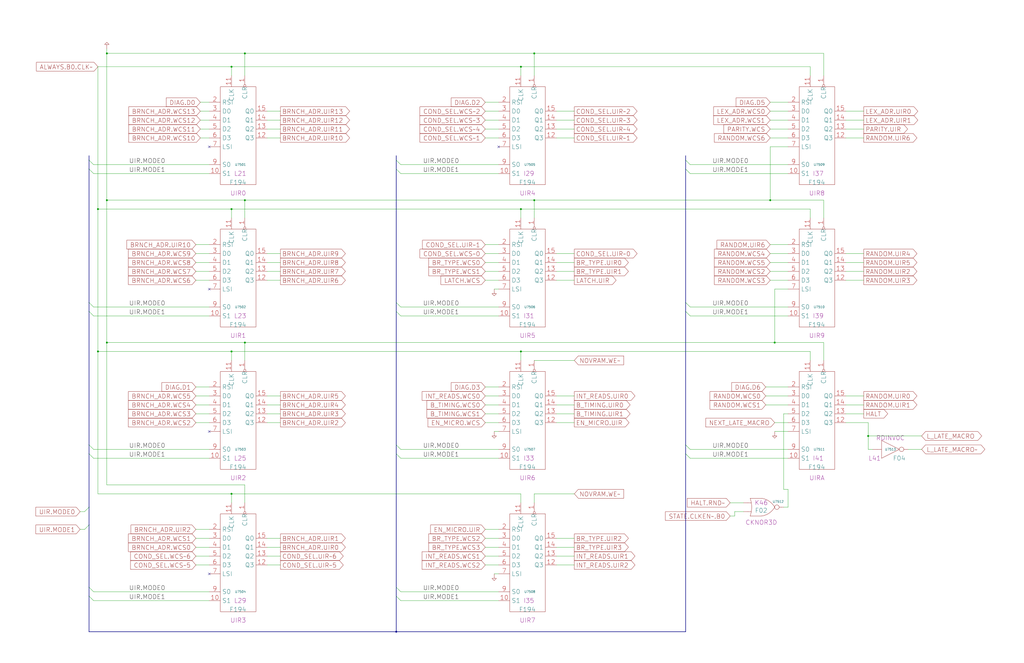
<source format=kicad_sch>
(kicad_sch (version 20250114) (generator "eeschema") (generator_version "9.0")
  (paper "User" 584.2 378.46)
  (title_block (title "MICRO INSTRUCTION REGISTER") (date "22-MAY-90") (rev "1.0") (comment 1 "SEQUENCER") (comment 2 "232-003064") (comment 3 "S400") (comment 4 "RELEASED"))
  (lib_symbols
    (symbol "r1000:F02" (pin_numbers (hide yes)) (pin_names (hide yes))
      (property "Reference" "U" (at 12.16 0.635 0))
      (property "Value" "F02" (at -1.27 -4.445 0))
      (property "Location" "___" (at 2.54 0 0))
      (property "Name" "______" (at 2.54 -12.7 0))
      (symbol "F02_0_1"
        (arc (start -3.81 2.54) (mid -2.9847 -2.54) (end -3.81 -7.62) (stroke (width 0.1524)))
        (polyline (pts (xy -5.08 0) (xy -3.175 0)) (stroke (width 0.1524)))
        (polyline (pts (xy -5.08 -5.08) (xy -3.175 -5.08)) (stroke (width 0.1524)))
        (polyline (pts (xy -3.81 2.54) (xy 2.54 2.54)) (stroke (width 0.1524)))
        (polyline (pts (xy -3.81 -7.62) (xy 2.54 -7.62)) (stroke (width 0.1524)))
        (arc (start 2.54 2.54) (mid 6.9477 0.8966) (end 10.16 -2.54) (stroke (width 0.1524)))
        (arc (start 10.16 -2.54) (mid 6.9515 -5.9823) (end 2.54 -7.62) (stroke (width 0.1524)))
        (circle (center 11.43 -2.54) (radius 1.27) (stroke (width 0.1524)))
        (polyline (pts (xy 13.97 -2.54) (xy 12.7 -2.54)) (stroke (width 0.1524)))
      )
      (symbol "F02_0_2"
        (circle (center -3.81 0) (radius 1.27) (stroke (width 0.1524)))
        (circle (center -3.81 -5.08) (radius 1.27) (stroke (width 0.1524)))
        (polyline (pts (xy -2.54 2.54) (xy -2.54 -7.62)) (stroke (width 0.1524)))
        (polyline (pts (xy -2.54 2.54) (xy 5.08 2.54)) (stroke (width 0.1524)))
        (polyline (pts (xy -2.54 -7.62) (xy 5.08 -7.62)) (stroke (width 0.1524)))
        (arc (start 5.08 2.54) (mid 10.1281 -2.54) (end 5.08 -7.62) (stroke (width 0.1524)))
        (polyline (pts (xy 11.43 -2.54) (xy 10.16 -2.54)) (stroke (width 0.1524)))
        (polyline (pts (xy 11.43 -2.54) (xy 12.7 -2.54)) (stroke (width 0.1524)))
      )
      (symbol "F02_1_1"
        (pin input line (at -7.62 0 0) (length 2.54) (name "D0") (number "1"))
        (pin input line (at -7.62 -5.08 0) (length 2.54) (name "D1") (number "2"))
        (pin output line (at 15.24 -2.54 180) (length 1.27) (name "Q") (number "3"))
      )
      (symbol "F02_1_2"
        (pin input line (at -7.62 0 0) (length 2.54) (name "D0") (number "1"))
        (pin input line (at -7.62 -5.08 0) (length 2.54) (name "D1") (number "2"))
        (pin output line (at 15.24 -2.54 180) (length 2.54) (name "Q") (number "3"))
      )
    )
    (symbol "r1000:F04" (pin_numbers (hide yes)) (pin_names (hide yes))
      (property "Reference" "U" (at 0 0 0))
      (property "Value" "F04" (at 1.27 -5.08 0))
      (property "Location" "___" (at -12.7 -5.08 0))
      (property "Name" "______" (at 0 5.08 0))
      (symbol "F04_0_1"
        (polyline (pts (xy -7.62 0) (xy -5.08 0)) (stroke (width 0.1524)))
        (polyline (pts (xy -5.08 5.08) (xy -5.08 -5.08)) (stroke (width 0.1524)))
        (polyline (pts (xy 5.08 0) (xy -5.08 5.08)) (stroke (width 0.1524)))
        (polyline (pts (xy 5.08 0) (xy -5.08 -5.08)) (stroke (width 0.1524)))
        (circle (center 6.35 0) (radius 1.27) (stroke (width 0.1524)))
      )
      (symbol "F04_1_1"
        (pin input line (at -10.16 0 0) (length 2.54) (name "D0") (number "1"))
        (pin output line (at 10.16 0 180) (length 2.54) (name "Q") (number "2"))
      )
    )
    (symbol "r1000:F194" (pin_names (offset 1.016))
      (property "Reference" "U" (at 2.54 5.08 0))
      (property "Value" "F194" (at -3.81 -5.08 0))
      (property "Location" "___" (at -1.27 0 0))
      (property "Name" "______" (at 1.27 -12.7 0))
      (symbol "F194_1_1"
        (rectangle (start -8.89 49.53) (end 11.43 -6.35))
        (circle (center 5.08 50.165) (radius 0.635))
        (pin input line (at -15.24 40.64 0) (length 6.35) (name "RSI") (number "2"))
        (pin input line (at -15.24 35.56 0) (length 6.35) (name "D0") (number "3"))
        (pin input line (at -15.24 30.48 0) (length 6.35) (name "D1") (number "4"))
        (pin input line (at -15.24 25.4 0) (length 6.35) (name "D2") (number "5"))
        (pin input line (at -15.24 20.32 0) (length 6.35) (name "D3") (number "6"))
        (pin input line (at -15.24 15.24 0) (length 6.35) (name "LSI") (number "7"))
        (pin input line (at -15.24 5.08 0) (length 6.35) (name "S0") (number "9"))
        (pin input line (at -15.24 0 0) (length 6.35) (name "S1") (number "10"))
        (pin input line (at -2.54 55.88 270) (length 6.35) (name "CLK") (number "11"))
        (pin input line (at 5.08 55.88 270) (length 5.08) (name "CLR") (number "1"))
        (pin output line (at 17.78 35.56 180) (length 6.35) (name "Q0") (number "15"))
        (pin output line (at 17.78 30.48 180) (length 6.35) (name "Q1") (number "14"))
        (pin output line (at 17.78 25.4 180) (length 6.35) (name "Q2") (number "13"))
        (pin output line (at 17.78 20.32 180) (length 6.35) (name "Q3") (number "12"))
      )
    )
    (symbol "r1000:PD" (power) (pin_numbers (hide yes)) (pin_names (hide yes)) (in_bom no)
      (symbol "PD_0_1"
        (polyline (pts (xy 0 -2.54) (xy 1.27 -2.54) (xy 0 -3.81) (xy -1.27 -2.54) (xy 0 -2.54)) (stroke (width 0.1524)))
      )
      (symbol "PD_1_1"
        (pin power_in line (at 0 0 270) (length 2.54) (name "PD") (number "1"))
      )
    )
    (symbol "r1000:PU" (power) (pin_numbers (hide yes)) (pin_names (hide yes))
      (symbol "PU_0_1"
        (polyline (pts (xy 0 2.54) (xy -1.27 2.54) (xy 0 3.81) (xy 1.27 2.54) (xy 0 2.54)) (stroke (width 0.1524)))
      )
      (symbol "PU_1_1"
        (pin power_in line (at 0 0 90) (length 2.54) (name "PU") (number "1"))
      )
    )
  )
  (junction (at 139.7 195.58))
  (junction (at 297.18 200.66))
  (junction (at 60.96 30.48))
  (junction (at 297.18 119.38))
  (junction (at 60.96 195.58))
  (junction (at 139.7 30.48))
  (junction (at 297.18 38.1))
  (junction (at 304.8 114.3))
  (junction (at 132.08 200.66))
  (junction (at 495.3 248.92))
  (junction (at 441.96 195.58))
  (junction (at 132.08 281.94))
  (junction (at 55.88 200.66))
  (junction (at 132.08 38.1))
  (junction (at 439.42 114.3))
  (junction (at 132.08 119.38))
  (junction (at 55.88 119.38))
  (junction (at 60.96 114.3))
  (junction (at 226.06 360.68))
  (junction (at 304.8 30.48))
  (junction (at 139.7 114.3))
  (no_connect (at 119.38 165.1))
  (no_connect (at 119.38 246.38))
  (no_connect (at 119.38 83.82))
  (no_connect (at 119.38 327.66))
  (no_connect (at 284.48 83.82))
  (bus_entry (at 50.8 96.52) (size 2.54 2.54))
  (bus_entry (at 50.8 259.08) (size 2.54 2.54))
  (bus_entry (at 226.06 96.52) (size 2.54 2.54))
  (bus_entry (at 50.8 335.28) (size 2.54 2.54))
  (bus_entry (at 391.16 177.8) (size 2.54 2.54))
  (bus_entry (at 50.8 289.56) (size -2.54 2.54))
  (bus_entry (at 226.06 177.8) (size 2.54 2.54))
  (bus_entry (at 226.06 254) (size 2.54 2.54))
  (bus_entry (at 226.06 259.08) (size 2.54 2.54))
  (bus_entry (at 50.8 177.8) (size 2.54 2.54))
  (bus_entry (at 226.06 335.28) (size 2.54 2.54))
  (bus_entry (at 50.8 91.44) (size 2.54 2.54))
  (bus_entry (at 391.16 91.44) (size 2.54 2.54))
  (bus_entry (at 50.8 340.36) (size 2.54 2.54))
  (bus_entry (at 226.06 91.44) (size 2.54 2.54))
  (bus_entry (at 50.8 172.72) (size 2.54 2.54))
  (bus_entry (at 391.16 96.52) (size 2.54 2.54))
  (bus_entry (at 50.8 299.72) (size -2.54 2.54))
  (bus_entry (at 391.16 259.08) (size 2.54 2.54))
  (bus_entry (at 226.06 340.36) (size 2.54 2.54))
  (bus_entry (at 50.8 254) (size 2.54 2.54))
  (bus_entry (at 226.06 172.72) (size 2.54 2.54))
  (bus_entry (at 391.16 254) (size 2.54 2.54))
  (bus_entry (at 391.16 172.72) (size 2.54 2.54))
  (wire (pts (xy 439.42 139.7) (xy 449.58 139.7)))
  (bus (pts (xy 391.16 91.44) (xy 391.16 96.52)))
  (wire (pts (xy 111.76 307.34) (xy 119.38 307.34)))
  (bus (pts (xy 50.8 177.8) (xy 50.8 254)))
  (wire (pts (xy 276.86 307.34) (xy 284.48 307.34)))
  (wire (pts (xy 419.1 294.64) (xy 419.1 292.1)))
  (wire (pts (xy 152.4 68.58) (xy 160.02 68.58)))
  (wire (pts (xy 317.5 154.94) (xy 327.66 154.94)))
  (wire (pts (xy 276.86 73.66) (xy 284.48 73.66)))
  (wire (pts (xy 60.96 195.58) (xy 60.96 276.86)))
  (wire (pts (xy 317.5 63.5) (xy 327.66 63.5)))
  (wire (pts (xy 139.7 195.58) (xy 441.96 195.58)))
  (wire (pts (xy 276.86 149.86) (xy 284.48 149.86)))
  (wire (pts (xy 152.4 231.14) (xy 160.02 231.14)))
  (wire (pts (xy 317.5 68.58) (xy 327.66 68.58)))
  (wire (pts (xy 304.8 114.3) (xy 304.8 124.46)))
  (bus (pts (xy 391.16 254) (xy 391.16 259.08)))
  (wire (pts (xy 60.96 114.3) (xy 60.96 195.58)))
  (wire (pts (xy 276.86 154.94) (xy 284.48 154.94)))
  (wire (pts (xy 132.08 119.38) (xy 297.18 119.38)))
  (wire (pts (xy 317.5 231.14) (xy 327.66 231.14)))
  (wire (pts (xy 495.3 248.92) (xy 495.3 256.54)))
  (wire (pts (xy 228.6 337.82) (xy 284.48 337.82)))
  (wire (pts (xy 495.3 256.54) (xy 497.84 256.54)))
  (wire (pts (xy 111.76 317.5) (xy 119.38 317.5)))
  (wire (pts (xy 45.72 292.1) (xy 48.26 292.1)))
  (wire (pts (xy 462.28 205.74) (xy 462.28 200.66)))
  (wire (pts (xy 276.86 78.74) (xy 284.48 78.74)))
  (wire (pts (xy 152.4 226.06) (xy 160.02 226.06)))
  (wire (pts (xy 317.5 226.06) (xy 327.66 226.06)))
  (wire (pts (xy 416.56 294.64) (xy 419.1 294.64)))
  (wire (pts (xy 152.4 73.66) (xy 160.02 73.66)))
  (wire (pts (xy 393.7 261.62) (xy 449.58 261.62)))
  (wire (pts (xy 462.28 200.66) (xy 297.18 200.66)))
  (wire (pts (xy 276.86 144.78) (xy 284.48 144.78)))
  (wire (pts (xy 317.5 312.42) (xy 327.66 312.42)))
  (bus (pts (xy 226.06 335.28) (xy 226.06 340.36)))
  (wire (pts (xy 152.4 63.5) (xy 160.02 63.5)))
  (wire (pts (xy 317.5 73.66) (xy 327.66 73.66)))
  (wire (pts (xy 60.96 114.3) (xy 139.7 114.3)))
  (wire (pts (xy 60.96 276.86) (xy 139.7 276.86)))
  (wire (pts (xy 139.7 114.3) (xy 139.7 124.46)))
  (wire (pts (xy 45.72 302.26) (xy 48.26 302.26)))
  (bus (pts (xy 226.06 91.44) (xy 226.06 96.52)))
  (wire (pts (xy 55.88 119.38) (xy 55.88 200.66)))
  (wire (pts (xy 449.58 83.82) (xy 439.42 83.82)))
  (wire (pts (xy 416.56 287.02) (xy 424.18 287.02)))
  (wire (pts (xy 152.4 160.02) (xy 160.02 160.02)))
  (wire (pts (xy 55.88 200.66) (xy 55.88 281.94)))
  (wire (pts (xy 518.16 256.54) (xy 525.78 256.54)))
  (wire (pts (xy 60.96 195.58) (xy 139.7 195.58)))
  (wire (pts (xy 304.8 281.94) (xy 327.66 281.94)))
  (wire (pts (xy 317.5 307.34) (xy 327.66 307.34)))
  (bus (pts (xy 391.16 96.52) (xy 391.16 172.72)))
  (wire (pts (xy 436.88 226.06) (xy 449.58 226.06)))
  (wire (pts (xy 276.86 63.5) (xy 284.48 63.5)))
  (bus (pts (xy 226.06 172.72) (xy 226.06 177.8)))
  (wire (pts (xy 53.34 180.34) (xy 119.38 180.34)))
  (bus (pts (xy 226.06 360.68) (xy 50.8 360.68)))
  (wire (pts (xy 55.88 200.66) (xy 132.08 200.66)))
  (bus (pts (xy 226.06 177.8) (xy 226.06 254)))
  (wire (pts (xy 449.58 236.22) (xy 447.04 236.22)))
  (bus (pts (xy 391.16 259.08) (xy 391.16 360.68)))
  (wire (pts (xy 152.4 144.78) (xy 160.02 144.78)))
  (wire (pts (xy 482.6 144.78) (xy 492.76 144.78)))
  (wire (pts (xy 469.9 205.74) (xy 469.9 195.58)))
  (wire (pts (xy 297.18 281.94) (xy 297.18 287.02)))
  (bus (pts (xy 391.16 172.72) (xy 391.16 177.8)))
  (wire (pts (xy 439.42 68.58) (xy 449.58 68.58)))
  (bus (pts (xy 50.8 259.08) (xy 50.8 289.56)))
  (wire (pts (xy 482.6 73.66) (xy 492.76 73.66)))
  (bus (pts (xy 50.8 299.72) (xy 50.8 335.28)))
  (wire (pts (xy 111.76 322.58) (xy 119.38 322.58)))
  (wire (pts (xy 439.42 73.66) (xy 449.58 73.66)))
  (wire (pts (xy 317.5 149.86) (xy 327.66 149.86)))
  (wire (pts (xy 139.7 30.48) (xy 60.96 30.48)))
  (wire (pts (xy 439.42 144.78) (xy 449.58 144.78)))
  (wire (pts (xy 297.18 119.38) (xy 462.28 119.38)))
  (bus (pts (xy 50.8 254) (xy 50.8 259.08)))
  (wire (pts (xy 152.4 312.42) (xy 160.02 312.42)))
  (wire (pts (xy 297.18 200.66) (xy 297.18 205.74)))
  (wire (pts (xy 462.28 124.46) (xy 462.28 119.38)))
  (wire (pts (xy 152.4 307.34) (xy 160.02 307.34)))
  (wire (pts (xy 228.6 180.34) (xy 284.48 180.34)))
  (wire (pts (xy 495.3 241.3) (xy 495.3 248.92)))
  (wire (pts (xy 276.86 139.7) (xy 284.48 139.7)))
  (wire (pts (xy 449.58 279.4) (xy 449.58 289.56)))
  (wire (pts (xy 482.6 231.14) (xy 492.76 231.14)))
  (wire (pts (xy 139.7 195.58) (xy 139.7 205.74)))
  (wire (pts (xy 132.08 281.94) (xy 297.18 281.94)))
  (wire (pts (xy 393.7 175.26) (xy 449.58 175.26)))
  (wire (pts (xy 152.4 149.86) (xy 160.02 149.86)))
  (wire (pts (xy 439.42 149.86) (xy 449.58 149.86)))
  (wire (pts (xy 139.7 30.48) (xy 139.7 43.18)))
  (wire (pts (xy 469.9 195.58) (xy 441.96 195.58)))
  (bus (pts (xy 226.06 340.36) (xy 226.06 360.68)))
  (bus (pts (xy 50.8 91.44) (xy 50.8 96.52)))
  (wire (pts (xy 393.7 93.98) (xy 449.58 93.98)))
  (wire (pts (xy 111.76 139.7) (xy 119.38 139.7)))
  (wire (pts (xy 132.08 281.94) (xy 132.08 287.02)))
  (wire (pts (xy 469.9 30.48) (xy 304.8 30.48)))
  (wire (pts (xy 276.86 317.5) (xy 284.48 317.5)))
  (bus (pts (xy 391.16 360.68) (xy 226.06 360.68)))
  (wire (pts (xy 317.5 317.5) (xy 327.66 317.5)))
  (wire (pts (xy 281.94 246.38) (xy 284.48 246.38)))
  (wire (pts (xy 276.86 68.58) (xy 284.48 68.58)))
  (wire (pts (xy 436.88 231.14) (xy 449.58 231.14)))
  (wire (pts (xy 439.42 154.94) (xy 449.58 154.94)))
  (wire (pts (xy 281.94 165.1) (xy 284.48 165.1)))
  (wire (pts (xy 317.5 236.22) (xy 327.66 236.22)))
  (wire (pts (xy 304.8 287.02) (xy 304.8 281.94)))
  (wire (pts (xy 304.8 114.3) (xy 439.42 114.3)))
  (wire (pts (xy 276.86 322.58) (xy 284.48 322.58)))
  (wire (pts (xy 276.86 312.42) (xy 284.48 312.42)))
  (wire (pts (xy 276.86 220.98) (xy 284.48 220.98)))
  (bus (pts (xy 226.06 88.9) (xy 226.06 91.44)))
  (bus (pts (xy 50.8 340.36) (xy 50.8 360.68)))
  (wire (pts (xy 152.4 317.5) (xy 160.02 317.5)))
  (wire (pts (xy 228.6 256.54) (xy 284.48 256.54)))
  (wire (pts (xy 53.34 175.26) (xy 119.38 175.26)))
  (wire (pts (xy 317.5 322.58) (xy 327.66 322.58)))
  (wire (pts (xy 482.6 63.5) (xy 492.76 63.5)))
  (wire (pts (xy 281.94 327.66) (xy 284.48 327.66)))
  (wire (pts (xy 482.6 236.22) (xy 492.76 236.22)))
  (wire (pts (xy 304.8 205.74) (xy 327.66 205.74)))
  (wire (pts (xy 441.96 165.1) (xy 449.58 165.1)))
  (wire (pts (xy 152.4 154.94) (xy 160.02 154.94)))
  (wire (pts (xy 53.34 256.54) (xy 119.38 256.54)))
  (wire (pts (xy 317.5 144.78) (xy 327.66 144.78)))
  (wire (pts (xy 114.3 78.74) (xy 119.38 78.74)))
  (wire (pts (xy 53.34 99.06) (xy 119.38 99.06)))
  (bus (pts (xy 226.06 254) (xy 226.06 259.08)))
  (wire (pts (xy 276.86 226.06) (xy 284.48 226.06)))
  (wire (pts (xy 447.04 279.4) (xy 449.58 279.4)))
  (wire (pts (xy 228.6 175.26) (xy 284.48 175.26)))
  (wire (pts (xy 132.08 119.38) (xy 132.08 124.46)))
  (wire (pts (xy 436.88 220.98) (xy 449.58 220.98)))
  (wire (pts (xy 276.86 58.42) (xy 284.48 58.42)))
  (wire (pts (xy 53.34 261.62) (xy 119.38 261.62)))
  (bus (pts (xy 226.06 259.08) (xy 226.06 335.28)))
  (wire (pts (xy 60.96 30.48) (xy 60.96 114.3)))
  (wire (pts (xy 111.76 154.94) (xy 119.38 154.94)))
  (wire (pts (xy 482.6 78.74) (xy 492.76 78.74)))
  (wire (pts (xy 495.3 248.92) (xy 525.78 248.92)))
  (wire (pts (xy 482.6 241.3) (xy 495.3 241.3)))
  (wire (pts (xy 53.34 337.82) (xy 119.38 337.82)))
  (wire (pts (xy 393.7 180.34) (xy 449.58 180.34)))
  (wire (pts (xy 297.18 38.1) (xy 297.18 43.18)))
  (wire (pts (xy 276.86 160.02) (xy 284.48 160.02)))
  (wire (pts (xy 55.88 38.1) (xy 55.88 119.38)))
  (wire (pts (xy 111.76 144.78) (xy 119.38 144.78)))
  (bus (pts (xy 50.8 289.56) (xy 50.8 299.72)))
  (wire (pts (xy 114.3 68.58) (xy 119.38 68.58)))
  (wire (pts (xy 276.86 241.3) (xy 284.48 241.3)))
  (wire (pts (xy 111.76 220.98) (xy 119.38 220.98)))
  (wire (pts (xy 482.6 68.58) (xy 492.76 68.58)))
  (wire (pts (xy 139.7 276.86) (xy 139.7 287.02)))
  (wire (pts (xy 228.6 261.62) (xy 284.48 261.62)))
  (wire (pts (xy 55.88 281.94) (xy 132.08 281.94)))
  (wire (pts (xy 482.6 154.94) (xy 492.76 154.94)))
  (wire (pts (xy 228.6 342.9) (xy 284.48 342.9)))
  (wire (pts (xy 317.5 78.74) (xy 327.66 78.74)))
  (wire (pts (xy 114.3 58.42) (xy 119.38 58.42)))
  (wire (pts (xy 276.86 302.26) (xy 284.48 302.26)))
  (wire (pts (xy 462.28 38.1) (xy 297.18 38.1)))
  (wire (pts (xy 441.96 241.3) (xy 449.58 241.3)))
  (wire (pts (xy 447.04 236.22) (xy 447.04 279.4)))
  (bus (pts (xy 226.06 96.52) (xy 226.06 172.72)))
  (bus (pts (xy 391.16 177.8) (xy 391.16 254)))
  (wire (pts (xy 439.42 78.74) (xy 449.58 78.74)))
  (wire (pts (xy 439.42 114.3) (xy 469.9 114.3)))
  (wire (pts (xy 53.34 342.9) (xy 119.38 342.9)))
  (wire (pts (xy 111.76 226.06) (xy 119.38 226.06)))
  (wire (pts (xy 111.76 231.14) (xy 119.38 231.14)))
  (wire (pts (xy 439.42 83.82) (xy 439.42 114.3)))
  (wire (pts (xy 60.96 27.94) (xy 60.96 30.48)))
  (bus (pts (xy 50.8 88.9) (xy 50.8 91.44)))
  (wire (pts (xy 441.96 195.58) (xy 441.96 165.1)))
  (wire (pts (xy 393.7 99.06) (xy 449.58 99.06)))
  (wire (pts (xy 111.76 149.86) (xy 119.38 149.86)))
  (wire (pts (xy 152.4 322.58) (xy 160.02 322.58)))
  (wire (pts (xy 276.86 236.22) (xy 284.48 236.22)))
  (wire (pts (xy 111.76 312.42) (xy 119.38 312.42)))
  (wire (pts (xy 439.42 58.42) (xy 449.58 58.42)))
  (wire (pts (xy 114.3 63.5) (xy 119.38 63.5)))
  (wire (pts (xy 447.04 289.56) (xy 449.58 289.56)))
  (wire (pts (xy 111.76 302.26) (xy 119.38 302.26)))
  (wire (pts (xy 297.18 38.1) (xy 132.08 38.1)))
  (wire (pts (xy 482.6 226.06) (xy 492.76 226.06)))
  (wire (pts (xy 111.76 241.3) (xy 119.38 241.3)))
  (wire (pts (xy 132.08 38.1) (xy 55.88 38.1)))
  (wire (pts (xy 114.3 73.66) (xy 119.38 73.66)))
  (bus (pts (xy 50.8 172.72) (xy 50.8 177.8)))
  (wire (pts (xy 228.6 93.98) (xy 284.48 93.98)))
  (wire (pts (xy 228.6 99.06) (xy 284.48 99.06)))
  (bus (pts (xy 391.16 88.9) (xy 391.16 91.44)))
  (wire (pts (xy 441.96 246.38) (xy 449.58 246.38)))
  (wire (pts (xy 439.42 63.5) (xy 449.58 63.5)))
  (wire (pts (xy 132.08 200.66) (xy 297.18 200.66)))
  (bus (pts (xy 50.8 96.52) (xy 50.8 172.72)))
  (bus (pts (xy 50.8 335.28) (xy 50.8 340.36)))
  (wire (pts (xy 297.18 119.38) (xy 297.18 124.46)))
  (wire (pts (xy 152.4 241.3) (xy 160.02 241.3)))
  (wire (pts (xy 462.28 43.18) (xy 462.28 38.1)))
  (wire (pts (xy 317.5 160.02) (xy 327.66 160.02)))
  (wire (pts (xy 53.34 93.98) (xy 119.38 93.98)))
  (wire (pts (xy 55.88 119.38) (xy 132.08 119.38)))
  (wire (pts (xy 139.7 114.3) (xy 304.8 114.3)))
  (wire (pts (xy 419.1 292.1) (xy 424.18 292.1)))
  (wire (pts (xy 439.42 160.02) (xy 449.58 160.02)))
  (wire (pts (xy 317.5 241.3) (xy 327.66 241.3)))
  (wire (pts (xy 152.4 78.74) (xy 160.02 78.74)))
  (wire (pts (xy 304.8 30.48) (xy 304.8 43.18)))
  (wire (pts (xy 304.8 30.48) (xy 139.7 30.48)))
  (wire (pts (xy 482.6 160.02) (xy 492.76 160.02)))
  (wire (pts (xy 132.08 200.66) (xy 132.08 205.74)))
  (wire (pts (xy 111.76 236.22) (xy 119.38 236.22)))
  (wire (pts (xy 132.08 38.1) (xy 132.08 43.18)))
  (wire (pts (xy 482.6 149.86) (xy 492.76 149.86)))
  (wire (pts (xy 393.7 256.54) (xy 449.58 256.54)))
  (wire (pts (xy 469.9 43.18) (xy 469.9 30.48)))
  (wire (pts (xy 152.4 236.22) (xy 160.02 236.22)))
  (wire (pts (xy 276.86 231.14) (xy 284.48 231.14)))
  (wire (pts (xy 469.9 124.46) (xy 469.9 114.3)))
  (wire (pts (xy 111.76 160.02) (xy 119.38 160.02)))
  (label "UIR.MODE1" (at 406.4 99.06 0) (effects (font (size 2.54 2.54))))
  (label "UIR.MODE1" (at 241.3 99.06 0) (effects (font (size 2.54 2.54))))
  (label "UIR.MODE1" (at 73.66 261.62 0) (effects (font (size 2.54 2.54))))
  (label "UIR.MODE1" (at 73.66 342.9 0) (effects (font (size 2.54 2.54))))
  (label "UIR.MODE1" (at 241.3 261.62 0) (effects (font (size 2.54 2.54))))
  (label "UIR.MODE0" (at 73.66 337.82 0) (effects (font (size 2.54 2.54))))
  (label "UIR.MODE0" (at 73.66 93.98 0) (effects (font (size 2.54 2.54))))
  (label "UIR.MODE0" (at 241.3 93.98 0) (effects (font (size 2.54 2.54))))
  (label "UIR.MODE1" (at 73.66 180.34 0) (effects (font (size 2.54 2.54))))
  (label "UIR.MODE0" (at 73.66 256.54 0) (effects (font (size 2.54 2.54))))
  (label "UIR.MODE1" (at 73.66 99.06 0) (effects (font (size 2.54 2.54))))
  (label "UIR.MODE0" (at 73.66 175.26 0) (effects (font (size 2.54 2.54))))
  (label "UIR.MODE1" (at 241.3 342.9 0) (effects (font (size 2.54 2.54))))
  (label "UIR.MODE0" (at 241.3 256.54 0) (effects (font (size 2.54 2.54))))
  (label "UIR.MODE1" (at 406.4 261.62 0) (effects (font (size 2.54 2.54))))
  (label "UIR.MODE0" (at 406.4 256.54 0) (effects (font (size 2.54 2.54))))
  (label "UIR.MODE0" (at 406.4 93.98 0) (effects (font (size 2.54 2.54))))
  (label "UIR.MODE0" (at 241.3 337.82 0) (effects (font (size 2.54 2.54))))
  (label "UIR.MODE1" (at 406.4 180.34 0) (effects (font (size 2.54 2.54))))
  (label "UIR.MODE0" (at 406.4 175.26 0) (effects (font (size 2.54 2.54))))
  (label "UIR.MODE1" (at 241.3 180.34 0) (effects (font (size 2.54 2.54))))
  (label "UIR.MODE0" (at 241.3 175.26 0) (effects (font (size 2.54 2.54))))
  (global_label "BRNCH_ADR.WCS7" (shape input) (at 111.76 154.94 180) (effects (font (size 2.54 2.54))) (property "Intersheetrefs" "${INTERSHEET_REFS}" (at 73.3092 154.7813 0) (effects (font (size 1.905 1.905)) (justify right))))
  (global_label "BRNCH_ADR.WCS3" (shape input) (at 111.76 236.22 180) (effects (font (size 2.54 2.54))) (property "Intersheetrefs" "${INTERSHEET_REFS}" (at 73.3092 236.0613 0) (effects (font (size 1.905 1.905)) (justify right))))
  (global_label "COND_SEL.UIR~2" (shape output) (at 327.66 63.5 0) (effects (font (size 2.54 2.54))) (property "Intersheetrefs" "${INTERSHEET_REFS}" (at 363.4498 63.3413 0) (effects (font (size 1.905 1.905)) (justify left))))
  (global_label "LEX_ADR.UIR1" (shape output) (at 492.76 68.58 0) (effects (font (size 2.54 2.54))) (property "Intersheetrefs" "${INTERSHEET_REFS}" (at 523.5908 68.4213 0) (effects (font (size 1.905 1.905)) (justify left))))
  (global_label "BRNCH_ADR.UIR10" (shape input) (at 111.76 139.7 180) (effects (font (size 2.54 2.54))) (property "Intersheetrefs" "${INTERSHEET_REFS}" (at 72.3416 139.5413 0) (effects (font (size 1.905 1.905)) (justify right))))
  (global_label "RANDOM.UIR2" (shape output) (at 492.76 154.94 0) (effects (font (size 2.54 2.54))) (property "Intersheetrefs" "${INTERSHEET_REFS}" (at 523.107 154.7813 0) (effects (font (size 1.905 1.905)) (justify left))))
  (global_label "RANDOM.WCS5" (shape input) (at 439.42 149.86 180) (effects (font (size 2.54 2.54))) (property "Intersheetrefs" "${INTERSHEET_REFS}" (at 407.6216 149.7013 0) (effects (font (size 1.905 1.905)) (justify right))))
  (global_label "DIAG.D0" (shape input) (at 114.3 58.42 180) (effects (font (size 2.54 2.54))) (property "Intersheetrefs" "${INTERSHEET_REFS}" (at 94.8388 58.2613 0) (effects (font (size 1.905 1.905)) (justify right))))
  (global_label "RANDOM.UIR0" (shape output) (at 492.76 226.06 0) (effects (font (size 2.54 2.54))) (property "Intersheetrefs" "${INTERSHEET_REFS}" (at 523.107 225.9013 0) (effects (font (size 1.905 1.905)) (justify left))))
  (global_label "UIR.MODE0" (shape input) (at 45.72 292.1 180) (effects (font (size 2.54 2.54))) (property "Intersheetrefs" "${INTERSHEET_REFS}" (at 20.453 291.9413 0) (effects (font (size 1.905 1.905)) (justify right))))
  (global_label "COND_SEL.UIR~3" (shape output) (at 327.66 68.58 0) (effects (font (size 2.54 2.54))) (property "Intersheetrefs" "${INTERSHEET_REFS}" (at 363.4498 68.4213 0) (effects (font (size 1.905 1.905)) (justify left))))
  (global_label "BRNCH_ADR.WCS10" (shape input) (at 114.3 78.74 180) (effects (font (size 2.54 2.54))) (property "Intersheetrefs" "${INTERSHEET_REFS}" (at 73.4302 78.5813 0) (effects (font (size 1.905 1.905)) (justify right))))
  (global_label "INT_READS.UIR1" (shape output) (at 327.66 317.5 0) (effects (font (size 2.54 2.54))) (property "Intersheetrefs" "${INTERSHEET_REFS}" (at 362.2403 317.3413 0) (effects (font (size 1.905 1.905)) (justify left))))
  (global_label "LATCH.UIR" (shape output) (at 327.66 160.02 0) (effects (font (size 2.54 2.54))) (property "Intersheetrefs" "${INTERSHEET_REFS}" (at 351.4755 159.8613 0) (effects (font (size 1.905 1.905)) (justify left))))
  (global_label "BR_TYPE.UIR1" (shape output) (at 327.66 154.94 0) (effects (font (size 2.54 2.54))) (property "Intersheetrefs" "${INTERSHEET_REFS}" (at 358.4908 154.7813 0) (effects (font (size 1.905 1.905)) (justify left))))
  (global_label "BRNCH_ADR.WCS4" (shape input) (at 111.76 231.14 180) (effects (font (size 2.54 2.54))) (property "Intersheetrefs" "${INTERSHEET_REFS}" (at 73.3092 230.9813 0) (effects (font (size 1.905 1.905)) (justify right))))
  (global_label "RANDOM.UIR6" (shape input) (at 439.42 139.7 180) (effects (font (size 2.54 2.54))) (property "Intersheetrefs" "${INTERSHEET_REFS}" (at 409.073 139.5413 0) (effects (font (size 1.905 1.905)) (justify right))))
  (global_label "BRNCH_ADR.WCS8" (shape input) (at 111.76 149.86 180) (effects (font (size 2.54 2.54))) (property "Intersheetrefs" "${INTERSHEET_REFS}" (at 73.3092 149.7013 0) (effects (font (size 1.905 1.905)) (justify right))))
  (global_label "RANDOM.WCS1" (shape input) (at 436.88 231.14 180) (effects (font (size 2.54 2.54))) (property "Intersheetrefs" "${INTERSHEET_REFS}" (at 405.0816 230.9813 0) (effects (font (size 1.905 1.905)) (justify right))))
  (global_label "COND_SEL.UIR~6" (shape output) (at 160.02 317.5 0) (effects (font (size 2.54 2.54))) (property "Intersheetrefs" "${INTERSHEET_REFS}" (at 195.8098 317.3413 0) (effects (font (size 1.905 1.905)) (justify left))))
  (global_label "EN_MICRO.UIR" (shape input) (at 276.86 302.26 180) (effects (font (size 2.54 2.54))) (property "Intersheetrefs" "${INTERSHEET_REFS}" (at 245.6664 302.1013 0) (effects (font (size 1.905 1.905)) (justify right))))
  (global_label "LEX_ADR.WCS1" (shape input) (at 439.42 68.58 180) (effects (font (size 2.54 2.54))) (property "Intersheetrefs" "${INTERSHEET_REFS}" (at 407.1378 68.4213 0) (effects (font (size 1.905 1.905)) (justify right))))
  (global_label "RANDOM.UIR3" (shape output) (at 492.76 160.02 0) (effects (font (size 2.54 2.54))) (property "Intersheetrefs" "${INTERSHEET_REFS}" (at 523.107 159.8613 0) (effects (font (size 1.905 1.905)) (justify left))))
  (global_label "INT_READS.UIR0" (shape output) (at 327.66 226.06 0) (effects (font (size 2.54 2.54))) (property "Intersheetrefs" "${INTERSHEET_REFS}" (at 362.2403 225.9013 0) (effects (font (size 1.905 1.905)) (justify left))))
  (global_label "BRNCH_ADR.WCS9" (shape input) (at 111.76 144.78 180) (effects (font (size 2.54 2.54))) (property "Intersheetrefs" "${INTERSHEET_REFS}" (at 73.3092 144.6213 0) (effects (font (size 1.905 1.905)) (justify right))))
  (global_label "COND_SEL.WCS~1" (shape input) (at 276.86 78.74 180) (effects (font (size 2.54 2.54))) (property "Intersheetrefs" "${INTERSHEET_REFS}" (at 239.6188 78.5813 0) (effects (font (size 1.905 1.905)) (justify right))))
  (global_label "DIAG.D3" (shape input) (at 276.86 220.98 180) (effects (font (size 2.54 2.54))) (property "Intersheetrefs" "${INTERSHEET_REFS}" (at 257.3988 220.8213 0) (effects (font (size 1.905 1.905)) (justify right))))
  (global_label "RANDOM.UIR4" (shape output) (at 492.76 144.78 0) (effects (font (size 2.54 2.54))) (property "Intersheetrefs" "${INTERSHEET_REFS}" (at 523.107 144.6213 0) (effects (font (size 1.905 1.905)) (justify left))))
  (global_label "L_LATE_MACRO" (shape bidirectional) (at 525.78 248.92 0) (effects (font (size 2.54 2.54))) (property "Intersheetrefs" "${INTERSHEET_REFS}" (at 557.8203 248.7613 0) (effects (font (size 1.905 1.905)) (justify left))))
  (global_label "DIAG.D2" (shape input) (at 276.86 58.42 180) (effects (font (size 2.54 2.54))) (property "Intersheetrefs" "${INTERSHEET_REFS}" (at 257.3988 58.2613 0) (effects (font (size 1.905 1.905)) (justify right))))
  (global_label "PARITY.UIR" (shape output) (at 492.76 73.66 0) (effects (font (size 2.54 2.54))) (property "Intersheetrefs" "${INTERSHEET_REFS}" (at 517.785 73.5013 0) (effects (font (size 1.905 1.905)) (justify left))))
  (global_label "NEXT_LATE_MACRO" (shape input) (at 441.96 241.3 180) (effects (font (size 2.54 2.54))) (property "Intersheetrefs" "${INTERSHEET_REFS}" (at 402.6626 241.1413 0) (effects (font (size 1.905 1.905)) (justify right))))
  (global_label "BRNCH_ADR.WCS0" (shape input) (at 111.76 312.42 180) (effects (font (size 2.54 2.54))) (property "Intersheetrefs" "${INTERSHEET_REFS}" (at 73.3092 312.2613 0) (effects (font (size 1.905 1.905)) (justify right))))
  (global_label "HALT" (shape output) (at 492.76 236.22 0) (effects (font (size 2.54 2.54))) (property "Intersheetrefs" "${INTERSHEET_REFS}" (at 506.4155 236.0613 0) (effects (font (size 1.905 1.905)) (justify left))))
  (global_label "COND_SEL.UIR~1" (shape input) (at 276.86 139.7 180) (effects (font (size 2.54 2.54))) (property "Intersheetrefs" "${INTERSHEET_REFS}" (at 241.0702 139.5413 0) (effects (font (size 1.905 1.905)) (justify right))))
  (global_label "COND_SEL.UIR~4" (shape output) (at 327.66 73.66 0) (effects (font (size 2.54 2.54))) (property "Intersheetrefs" "${INTERSHEET_REFS}" (at 363.4498 73.5013 0) (effects (font (size 1.905 1.905)) (justify left))))
  (global_label "BR_TYPE.UIR2" (shape output) (at 327.66 307.34 0) (effects (font (size 2.54 2.54))) (property "Intersheetrefs" "${INTERSHEET_REFS}" (at 358.4908 307.1813 0) (effects (font (size 1.905 1.905)) (justify left))))
  (global_label "COND_SEL.WCS~6" (shape input) (at 111.76 317.5 180) (effects (font (size 2.54 2.54))) (property "Intersheetrefs" "${INTERSHEET_REFS}" (at 74.5188 317.3413 0) (effects (font (size 1.905 1.905)) (justify right))))
  (global_label "BRNCH_ADR.UIR10" (shape output) (at 160.02 78.74 0) (effects (font (size 2.54 2.54))) (property "Intersheetrefs" "${INTERSHEET_REFS}" (at 199.4384 78.5813 0) (effects (font (size 1.905 1.905)) (justify left))))
  (global_label "DIAG.D6" (shape input) (at 436.88 220.98 180) (effects (font (size 2.54 2.54))) (property "Intersheetrefs" "${INTERSHEET_REFS}" (at 417.4188 220.8213 0) (effects (font (size 1.905 1.905)) (justify right))))
  (global_label "BR_TYPE.WCS2" (shape input) (at 276.86 307.34 180) (effects (font (size 2.54 2.54))) (property "Intersheetrefs" "${INTERSHEET_REFS}" (at 244.5778 307.1813 0) (effects (font (size 1.905 1.905)) (justify right))))
  (global_label "BRNCH_ADR.UIR13" (shape output) (at 160.02 63.5 0) (effects (font (size 2.54 2.54))) (property "Intersheetrefs" "${INTERSHEET_REFS}" (at 199.4384 63.3413 0) (effects (font (size 1.905 1.905)) (justify left))))
  (global_label "BRNCH_ADR.UIR2" (shape input) (at 111.76 302.26 180) (effects (font (size 2.54 2.54))) (property "Intersheetrefs" "${INTERSHEET_REFS}" (at 74.7607 302.1013 0) (effects (font (size 1.905 1.905)) (justify right))))
  (global_label "BRNCH_ADR.WCS13" (shape input) (at 114.3 63.5 180) (effects (font (size 2.54 2.54))) (property "Intersheetrefs" "${INTERSHEET_REFS}" (at 73.4302 63.3413 0) (effects (font (size 1.905 1.905)) (justify right))))
  (global_label "B_TIMING.UIR0" (shape output) (at 327.66 231.14 0) (effects (font (size 2.54 2.54))) (property "Intersheetrefs" "${INTERSHEET_REFS}" (at 359.4584 230.9813 0) (effects (font (size 1.905 1.905)) (justify left))))
  (global_label "BRNCH_ADR.UIR1" (shape output) (at 160.02 307.34 0) (effects (font (size 2.54 2.54))) (property "Intersheetrefs" "${INTERSHEET_REFS}" (at 197.0193 307.1813 0) (effects (font (size 1.905 1.905)) (justify left))))
  (global_label "COND_SEL.UIR~1" (shape output) (at 327.66 78.74 0) (effects (font (size 2.54 2.54))) (property "Intersheetrefs" "${INTERSHEET_REFS}" (at 363.4498 78.5813 0) (effects (font (size 1.905 1.905)) (justify left))))
  (global_label "BRNCH_ADR.WCS2" (shape input) (at 111.76 241.3 180) (effects (font (size 2.54 2.54))) (property "Intersheetrefs" "${INTERSHEET_REFS}" (at 73.3092 241.1413 0) (effects (font (size 1.905 1.905)) (justify right))))
  (global_label "B_TIMING.UIR1" (shape output) (at 327.66 236.22 0) (effects (font (size 2.54 2.54))) (property "Intersheetrefs" "${INTERSHEET_REFS}" (at 359.4584 236.0613 0) (effects (font (size 1.905 1.905)) (justify left))))
  (global_label "COND_SEL.WCS~5" (shape input) (at 111.76 322.58 180) (effects (font (size 2.54 2.54))) (property "Intersheetrefs" "${INTERSHEET_REFS}" (at 74.5188 322.4213 0) (effects (font (size 1.905 1.905)) (justify right))))
  (global_label "ALWAYS.B0.CLK~" (shape input) (at 55.88 38.1 180) (effects (font (size 2.54 2.54))) (property "Intersheetrefs" "${INTERSHEET_REFS}" (at 20.8159 37.9413 0) (effects (font (size 1.905 1.905)) (justify right))))
  (global_label "COND_SEL.UIR~0" (shape output) (at 327.66 144.78 0) (effects (font (size 2.54 2.54))) (property "Intersheetrefs" "${INTERSHEET_REFS}" (at 363.4498 144.6213 0) (effects (font (size 1.905 1.905)) (justify left))))
  (global_label "BRNCH_ADR.WCS6" (shape input) (at 111.76 160.02 180) (effects (font (size 2.54 2.54))) (property "Intersheetrefs" "${INTERSHEET_REFS}" (at 73.3092 159.8613 0) (effects (font (size 1.905 1.905)) (justify right))))
  (global_label "RANDOM.WCS2" (shape input) (at 439.42 154.94 180) (effects (font (size 2.54 2.54))) (property "Intersheetrefs" "${INTERSHEET_REFS}" (at 407.6216 154.7813 0) (effects (font (size 1.905 1.905)) (justify right))))
  (global_label "RANDOM.UIR1" (shape output) (at 492.76 231.14 0) (effects (font (size 2.54 2.54))) (property "Intersheetrefs" "${INTERSHEET_REFS}" (at 523.107 230.9813 0) (effects (font (size 1.905 1.905)) (justify left))))
  (global_label "L_LATE_MACRO~" (shape bidirectional) (at 525.78 256.54 0) (effects (font (size 2.54 2.54))) (property "Intersheetrefs" "${INTERSHEET_REFS}" (at 559.6346 256.3813 0) (effects (font (size 1.905 1.905)) (justify left))))
  (global_label "BRNCH_ADR.UIR5" (shape output) (at 160.02 226.06 0) (effects (font (size 2.54 2.54))) (property "Intersheetrefs" "${INTERSHEET_REFS}" (at 197.0193 225.9013 0) (effects (font (size 1.905 1.905)) (justify left))))
  (global_label "BR_TYPE.WCS1" (shape input) (at 276.86 154.94 180) (effects (font (size 2.54 2.54))) (property "Intersheetrefs" "${INTERSHEET_REFS}" (at 244.5778 154.7813 0) (effects (font (size 1.905 1.905)) (justify right))))
  (global_label "BR_TYPE.WCS3" (shape input) (at 276.86 312.42 180) (effects (font (size 2.54 2.54))) (property "Intersheetrefs" "${INTERSHEET_REFS}" (at 244.5778 312.2613 0) (effects (font (size 1.905 1.905)) (justify right))))
  (global_label "DIAG.D1" (shape input) (at 111.76 220.98 180) (effects (font (size 2.54 2.54))) (property "Intersheetrefs" "${INTERSHEET_REFS}" (at 92.2988 220.8213 0) (effects (font (size 1.905 1.905)) (justify right))))
  (global_label "UIR.MODE1" (shape input) (at 45.72 302.26 180) (effects (font (size 2.54 2.54))) (property "Intersheetrefs" "${INTERSHEET_REFS}" (at 20.453 302.1013 0) (effects (font (size 1.905 1.905)) (justify right))))
  (global_label "RANDOM.WCS4" (shape input) (at 439.42 144.78 180) (effects (font (size 2.54 2.54))) (property "Intersheetrefs" "${INTERSHEET_REFS}" (at 407.6216 144.6213 0) (effects (font (size 1.905 1.905)) (justify right))))
  (global_label "B_TIMING.WCS1" (shape input) (at 276.86 236.22 180) (effects (font (size 2.54 2.54))) (property "Intersheetrefs" "${INTERSHEET_REFS}" (at 243.6102 236.0613 0) (effects (font (size 1.905 1.905)) (justify right))))
  (global_label "COND_SEL.WCS~2" (shape input) (at 276.86 63.5 180) (effects (font (size 2.54 2.54))) (property "Intersheetrefs" "${INTERSHEET_REFS}" (at 239.6188 63.3413 0) (effects (font (size 1.905 1.905)) (justify right))))
  (global_label "BRNCH_ADR.UIR7" (shape output) (at 160.02 154.94 0) (effects (font (size 2.54 2.54))) (property "Intersheetrefs" "${INTERSHEET_REFS}" (at 197.0193 154.7813 0) (effects (font (size 1.905 1.905)) (justify left))))
  (global_label "COND_SEL.UIR~5" (shape output) (at 160.02 322.58 0) (effects (font (size 2.54 2.54))) (property "Intersheetrefs" "${INTERSHEET_REFS}" (at 195.8098 322.4213 0) (effects (font (size 1.905 1.905)) (justify left))))
  (global_label "INT_READS.WCS2" (shape input) (at 276.86 322.58 180) (effects (font (size 2.54 2.54))) (property "Intersheetrefs" "${INTERSHEET_REFS}" (at 240.8283 322.4213 0) (effects (font (size 1.905 1.905)) (justify right))))
  (global_label "NOVRAM.WE~" (shape input) (at 327.66 205.74 0) (effects (font (size 2.54 2.54))) (property "Intersheetrefs" "${INTERSHEET_REFS}" (at 355.8298 205.5813 0) (effects (font (size 1.905 1.905)) (justify left))))
  (global_label "BRNCH_ADR.UIR12" (shape output) (at 160.02 68.58 0) (effects (font (size 2.54 2.54))) (property "Intersheetrefs" "${INTERSHEET_REFS}" (at 199.4384 68.4213 0) (effects (font (size 1.905 1.905)) (justify left))))
  (global_label "BRNCH_ADR.UIR9" (shape output) (at 160.02 144.78 0) (effects (font (size 2.54 2.54))) (property "Intersheetrefs" "${INTERSHEET_REFS}" (at 197.0193 144.6213 0) (effects (font (size 1.905 1.905)) (justify left))))
  (global_label "BR_TYPE.UIR3" (shape output) (at 327.66 312.42 0) (effects (font (size 2.54 2.54))) (property "Intersheetrefs" "${INTERSHEET_REFS}" (at 358.4908 312.2613 0) (effects (font (size 1.905 1.905)) (justify left))))
  (global_label "BRNCH_ADR.UIR6" (shape output) (at 160.02 160.02 0) (effects (font (size 2.54 2.54))) (property "Intersheetrefs" "${INTERSHEET_REFS}" (at 197.0193 159.8613 0) (effects (font (size 1.905 1.905)) (justify left))))
  (global_label "BRNCH_ADR.UIR3" (shape output) (at 160.02 236.22 0) (effects (font (size 2.54 2.54))) (property "Intersheetrefs" "${INTERSHEET_REFS}" (at 197.0193 236.0613 0) (effects (font (size 1.905 1.905)) (justify left))))
  (global_label "DIAG.D5" (shape input) (at 439.42 58.42 180) (effects (font (size 2.54 2.54))) (property "Intersheetrefs" "${INTERSHEET_REFS}" (at 419.9588 58.2613 0) (effects (font (size 1.905 1.905)) (justify right))))
  (global_label "LEX_ADR.UIR0" (shape output) (at 492.76 63.5 0) (effects (font (size 2.54 2.54))) (property "Intersheetrefs" "${INTERSHEET_REFS}" (at 523.5908 63.3413 0) (effects (font (size 1.905 1.905)) (justify left))))
  (global_label "B_TIMING.WCS0" (shape input) (at 276.86 231.14 180) (effects (font (size 2.54 2.54))) (property "Intersheetrefs" "${INTERSHEET_REFS}" (at 243.6102 230.9813 0) (effects (font (size 1.905 1.905)) (justify right))))
  (global_label "HALT.RND~" (shape input) (at 416.56 287.02 180) (effects (font (size 2.54 2.54))) (property "Intersheetrefs" "${INTERSHEET_REFS}" (at 392.1397 286.8613 0) (effects (font (size 1.905 1.905)) (justify right))))
  (global_label "BRNCH_ADR.UIR11" (shape output) (at 160.02 73.66 0) (effects (font (size 2.54 2.54))) (property "Intersheetrefs" "${INTERSHEET_REFS}" (at 199.4384 73.5013 0) (effects (font (size 1.905 1.905)) (justify left))))
  (global_label "COND_SEL.WCS~3" (shape input) (at 276.86 68.58 180) (effects (font (size 2.54 2.54))) (property "Intersheetrefs" "${INTERSHEET_REFS}" (at 239.6188 68.4213 0) (effects (font (size 1.905 1.905)) (justify right))))
  (global_label "BR_TYPE.WCS0" (shape input) (at 276.86 149.86 180) (effects (font (size 2.54 2.54))) (property "Intersheetrefs" "${INTERSHEET_REFS}" (at 244.5778 149.7013 0) (effects (font (size 1.905 1.905)) (justify right))))
  (global_label "BRNCH_ADR.WCS5" (shape input) (at 111.76 226.06 180) (effects (font (size 2.54 2.54))) (property "Intersheetrefs" "${INTERSHEET_REFS}" (at 73.3092 225.9013 0) (effects (font (size 1.905 1.905)) (justify right))))
  (global_label "RANDOM.UIR5" (shape output) (at 492.76 149.86 0) (effects (font (size 2.54 2.54))) (property "Intersheetrefs" "${INTERSHEET_REFS}" (at 523.107 149.7013 0) (effects (font (size 1.905 1.905)) (justify left))))
  (global_label "EN_MICRO.UIR" (shape output) (at 327.66 241.3 0) (effects (font (size 2.54 2.54))) (property "Intersheetrefs" "${INTERSHEET_REFS}" (at 358.8536 241.1413 0) (effects (font (size 1.905 1.905)) (justify left))))
  (global_label "BRNCH_ADR.UIR4" (shape output) (at 160.02 231.14 0) (effects (font (size 2.54 2.54))) (property "Intersheetrefs" "${INTERSHEET_REFS}" (at 197.0193 230.9813 0) (effects (font (size 1.905 1.905)) (justify left))))
  (global_label "BRNCH_ADR.UIR8" (shape output) (at 160.02 149.86 0) (effects (font (size 2.54 2.54))) (property "Intersheetrefs" "${INTERSHEET_REFS}" (at 197.0193 149.7013 0) (effects (font (size 1.905 1.905)) (justify left))))
  (global_label "RANDOM.WCS6" (shape input) (at 439.42 78.74 180) (effects (font (size 2.54 2.54))) (property "Intersheetrefs" "${INTERSHEET_REFS}" (at 407.6216 78.5813 0) (effects (font (size 1.905 1.905)) (justify right))))
  (global_label "INT_READS.WCS1" (shape input) (at 276.86 317.5 180) (effects (font (size 2.54 2.54))) (property "Intersheetrefs" "${INTERSHEET_REFS}" (at 240.8283 317.3413 0) (effects (font (size 1.905 1.905)) (justify right))))
  (global_label "EN_MICRO.WCS" (shape input) (at 276.86 241.3 180) (effects (font (size 2.54 2.54))) (property "Intersheetrefs" "${INTERSHEET_REFS}" (at 244.215 241.1413 0) (effects (font (size 1.905 1.905)) (justify right))))
  (global_label "COND_SEL.WCS~4" (shape input) (at 276.86 73.66 180) (effects (font (size 2.54 2.54))) (property "Intersheetrefs" "${INTERSHEET_REFS}" (at 239.6188 73.5013 0) (effects (font (size 1.905 1.905)) (justify right))))
  (global_label "BR_TYPE.UIR0" (shape output) (at 327.66 149.86 0) (effects (font (size 2.54 2.54))) (property "Intersheetrefs" "${INTERSHEET_REFS}" (at 358.4908 149.7013 0) (effects (font (size 1.905 1.905)) (justify left))))
  (global_label "INT_READS.WCS0" (shape input) (at 276.86 226.06 180) (effects (font (size 2.54 2.54))) (property "Intersheetrefs" "${INTERSHEET_REFS}" (at 240.8283 225.9013 0) (effects (font (size 1.905 1.905)) (justify right))))
  (global_label "RANDOM.WCS3" (shape input) (at 439.42 160.02 180) (effects (font (size 2.54 2.54))) (property "Intersheetrefs" "${INTERSHEET_REFS}" (at 407.6216 159.8613 0) (effects (font (size 1.905 1.905)) (justify right))))
  (global_label "PARITY.WCS" (shape input) (at 439.42 73.66 180) (effects (font (size 2.54 2.54))) (property "Intersheetrefs" "${INTERSHEET_REFS}" (at 412.9435 73.5013 0) (effects (font (size 1.905 1.905)) (justify right))))
  (global_label "STATE.CLKEN~.B0" (shape input) (at 416.56 294.64 180) (effects (font (size 2.54 2.54))) (property "Intersheetrefs" "${INTERSHEET_REFS}" (at 379.6816 294.4813 0) (effects (font (size 1.905 1.905)) (justify right))))
  (global_label "RANDOM.UIR6" (shape output) (at 492.76 78.74 0) (effects (font (size 2.54 2.54))) (property "Intersheetrefs" "${INTERSHEET_REFS}" (at 523.107 78.5813 0) (effects (font (size 1.905 1.905)) (justify left))))
  (global_label "NOVRAM.WE~" (shape input) (at 327.66 281.94 0) (effects (font (size 2.54 2.54))) (property "Intersheetrefs" "${INTERSHEET_REFS}" (at 355.8298 281.7813 0) (effects (font (size 1.905 1.905)) (justify left))))
  (global_label "BRNCH_ADR.WCS11" (shape input) (at 114.3 73.66 180) (effects (font (size 2.54 2.54))) (property "Intersheetrefs" "${INTERSHEET_REFS}" (at 73.4302 73.5013 0) (effects (font (size 1.905 1.905)) (justify right))))
  (global_label "COND_SEL.WCS~0" (shape input) (at 276.86 144.78 180) (effects (font (size 2.54 2.54))) (property "Intersheetrefs" "${INTERSHEET_REFS}" (at 239.6188 144.6213 0) (effects (font (size 1.905 1.905)) (justify right))))
  (global_label "LATCH.WCS" (shape input) (at 276.86 160.02 180) (effects (font (size 2.54 2.54))) (property "Intersheetrefs" "${INTERSHEET_REFS}" (at 251.593 159.8613 0) (effects (font (size 1.905 1.905)) (justify right))))
  (global_label "LEX_ADR.WCS0" (shape input) (at 439.42 63.5 180) (effects (font (size 2.54 2.54))) (property "Intersheetrefs" "${INTERSHEET_REFS}" (at 407.1378 63.3413 0) (effects (font (size 1.905 1.905)) (justify right))))
  (global_label "BRNCH_ADR.UIR2" (shape output) (at 160.02 241.3 0) (effects (font (size 2.54 2.54))) (property "Intersheetrefs" "${INTERSHEET_REFS}" (at 197.0193 241.1413 0) (effects (font (size 1.905 1.905)) (justify left))))
  (global_label "BRNCH_ADR.WCS12" (shape input) (at 114.3 68.58 180) (effects (font (size 2.54 2.54))) (property "Intersheetrefs" "${INTERSHEET_REFS}" (at 73.4302 68.4213 0) (effects (font (size 1.905 1.905)) (justify right))))
  (global_label "BRNCH_ADR.WCS1" (shape input) (at 111.76 307.34 180) (effects (font (size 2.54 2.54))) (property "Intersheetrefs" "${INTERSHEET_REFS}" (at 73.3092 307.1813 0) (effects (font (size 1.905 1.905)) (justify right))))
  (global_label "RANDOM.WCS0" (shape input) (at 436.88 226.06 180) (effects (font (size 2.54 2.54))) (property "Intersheetrefs" "${INTERSHEET_REFS}" (at 405.0816 225.9013 0) (effects (font (size 1.905 1.905)) (justify right))))
  (global_label "BRNCH_ADR.UIR0" (shape output) (at 160.02 312.42 0) (effects (font (size 2.54 2.54))) (property "Intersheetrefs" "${INTERSHEET_REFS}" (at 197.0193 312.2613 0) (effects (font (size 1.905 1.905)) (justify left))))
  (global_label "INT_READS.UIR2" (shape output) (at 327.66 322.58 0) (effects (font (size 2.54 2.54))) (property "Intersheetrefs" "${INTERSHEET_REFS}" (at 362.2403 322.4213 0) (effects (font (size 1.905 1.905)) (justify left))))
  (symbol (lib_id "r1000:F194") (at 134.62 180.34 0) (unit 1)
    (property "Reference" "U7502" (at 137.16 175.26 0))
    (property "Value" "F194" (at 130.81 185.42 0) (effects (font (size 2.54 2.54)) (justify left)))
    (property "Location" "L23" (at 133.35 180.34 0) (effects (font (size 2.54 2.54)) (justify left)))
    (property "Name" "UIR1" (at 135.89 193.04 0) (effects (font (size 2.54 2.54)) (justify bottom)))
  )
  (symbol (lib_id "r1000:PD") (at 281.94 327.66 0) (unit 1) (in_bom no)
    (property "Reference" "#PWR0116" (effects (hide yes)))
    (property "Value" "PD" (effects (hide yes)))
  )
  (symbol (lib_id "r1000:F194") (at 464.82 180.34 0) (unit 1)
    (property "Reference" "U7510" (at 467.36 175.26 0))
    (property "Value" "F194" (at 461.01 185.42 0) (effects (font (size 2.54 2.54)) (justify left)))
    (property "Location" "I39" (at 463.55 180.34 0) (effects (font (size 2.54 2.54)) (justify left)))
    (property "Name" "UIR9" (at 466.09 193.04 0) (effects (font (size 2.54 2.54)) (justify bottom)))
  )
  (symbol (lib_id "r1000:F194") (at 464.82 261.62 0) (unit 1)
    (property "Reference" "U7511" (at 467.36 256.54 0))
    (property "Value" "F194" (at 461.01 266.7 0) (effects (font (size 2.54 2.54)) (justify left)))
    (property "Location" "I41" (at 463.55 261.62 0) (effects (font (size 2.54 2.54)) (justify left)))
    (property "Name" "UIRA" (at 466.09 274.32 0) (effects (font (size 2.54 2.54)) (justify bottom)))
  )
  (symbol (lib_id "r1000:F194") (at 299.72 99.06 0) (unit 1)
    (property "Reference" "U7505" (at 302.26 93.98 0))
    (property "Value" "F194" (at 295.91 104.14 0) (effects (font (size 2.54 2.54)) (justify left)))
    (property "Location" "I29" (at 298.45 99.06 0) (effects (font (size 2.54 2.54)) (justify left)))
    (property "Name" "UIR4" (at 300.99 111.76 0) (effects (font (size 2.54 2.54)) (justify bottom)))
  )
  (symbol (lib_id "r1000:PD") (at 441.96 246.38 0) (unit 1) (in_bom no)
    (property "Reference" "#PWR07503" (effects (hide yes)))
    (property "Value" "PD" (effects (hide yes)))
  )
  (symbol (lib_id "r1000:PU") (at 60.96 27.94 0) (unit 1)
    (property "Reference" "#PWR07501" (effects (hide yes)))
    (property "Value" "PU" (effects (hide yes)))
  )
  (symbol (lib_id "r1000:F02") (at 431.8 287.02 0) (unit 1)
    (property "Reference" "U7512" (at 443.96 286.385 0))
    (property "Value" "F02" (at 430.53 291.465 0) (effects (font (size 2.54 2.54)) (justify left)))
    (property "Location" "K46" (at 434.34 287.02 0) (effects (font (size 2.54 2.54))))
    (property "Name" "CKNOR3D" (at 434.34 299.72 0) (effects (font (size 2.54 2.54)) (justify bottom)))
  )
  (symbol (lib_id "r1000:F04") (at 508 256.54 0) (unit 1)
    (property "Reference" "U7513" (at 508 256.54 0))
    (property "Value" "F04" (at 509.27 261.62 0) (effects (font (size 2.54 2.54)) (justify left)))
    (property "Location" "L41" (at 495.3 261.62 0) (effects (font (size 2.54 2.54)) (justify left)))
    (property "Name" "RDINV0C" (at 508 251.46 0) (effects (font (size 2.54 2.54)) (justify bottom)))
  )
  (symbol (lib_id "r1000:F194") (at 134.62 99.06 0) (unit 1)
    (property "Reference" "U7501" (at 137.16 93.98 0))
    (property "Value" "F194" (at 130.81 104.14 0) (effects (font (size 2.54 2.54)) (justify left)))
    (property "Location" "L21" (at 133.35 99.06 0) (effects (font (size 2.54 2.54)) (justify left)))
    (property "Name" "UIR0" (at 135.89 111.76 0) (effects (font (size 2.54 2.54)) (justify bottom)))
  )
  (symbol (lib_id "r1000:F194") (at 299.72 261.62 0) (unit 1)
    (property "Reference" "U7507" (at 302.26 256.54 0))
    (property "Value" "F194" (at 295.91 266.7 0) (effects (font (size 2.54 2.54)) (justify left)))
    (property "Location" "I33" (at 298.45 261.62 0) (effects (font (size 2.54 2.54)) (justify left)))
    (property "Name" "UIR6" (at 300.99 274.32 0) (effects (font (size 2.54 2.54)) (justify bottom)))
  )
  (symbol (lib_id "r1000:F194") (at 134.62 342.9 0) (unit 1)
    (property "Reference" "U7504" (at 137.16 337.82 0))
    (property "Value" "F194" (at 130.81 347.98 0) (effects (font (size 2.54 2.54)) (justify left)))
    (property "Location" "L29" (at 133.35 342.9 0) (effects (font (size 2.54 2.54)) (justify left)))
    (property "Name" "UIR3" (at 135.89 355.6 0) (effects (font (size 2.54 2.54)) (justify bottom)))
  )
  (symbol (lib_id "r1000:PD") (at 281.94 165.1 0) (unit 1) (in_bom no)
    (property "Reference" "#PWR07502" (effects (hide yes)))
    (property "Value" "PD" (effects (hide yes)))
  )
  (symbol (lib_id "r1000:F194") (at 299.72 342.9 0) (unit 1)
    (property "Reference" "U7508" (at 302.26 337.82 0))
    (property "Value" "F194" (at 295.91 347.98 0) (effects (font (size 2.54 2.54)) (justify left)))
    (property "Location" "I35" (at 298.45 342.9 0) (effects (font (size 2.54 2.54)) (justify left)))
    (property "Name" "UIR7" (at 300.99 355.6 0) (effects (font (size 2.54 2.54)) (justify bottom)))
  )
  (symbol (lib_id "r1000:F194") (at 134.62 261.62 0) (unit 1)
    (property "Reference" "U7503" (at 137.16 256.54 0))
    (property "Value" "F194" (at 130.81 266.7 0) (effects (font (size 2.54 2.54)) (justify left)))
    (property "Location" "L25" (at 133.35 261.62 0) (effects (font (size 2.54 2.54)) (justify left)))
    (property "Name" "UIR2" (at 135.89 274.32 0) (effects (font (size 2.54 2.54)) (justify bottom)))
  )
  (symbol (lib_id "r1000:F194") (at 299.72 180.34 0) (unit 1)
    (property "Reference" "U7506" (at 302.26 175.26 0))
    (property "Value" "F194" (at 295.91 185.42 0) (effects (font (size 2.54 2.54)) (justify left)))
    (property "Location" "I31" (at 298.45 180.34 0) (effects (font (size 2.54 2.54)) (justify left)))
    (property "Name" "UIR5" (at 300.99 193.04 0) (effects (font (size 2.54 2.54)) (justify bottom)))
  )
  (symbol (lib_id "r1000:F194") (at 464.82 99.06 0) (unit 1)
    (property "Reference" "U7509" (at 467.36 93.98 0))
    (property "Value" "F194" (at 461.01 104.14 0) (effects (font (size 2.54 2.54)) (justify left)))
    (property "Location" "I37" (at 463.55 99.06 0) (effects (font (size 2.54 2.54)) (justify left)))
    (property "Name" "UIR8" (at 466.09 111.76 0) (effects (font (size 2.54 2.54)) (justify bottom)))
  )
  (symbol (lib_id "r1000:PD") (at 281.94 246.38 0) (unit 1) (in_bom no)
    (property "Reference" "#PWR0115" (effects (hide yes)))
    (property "Value" "PD" (effects (hide yes)))
  )
)
</source>
